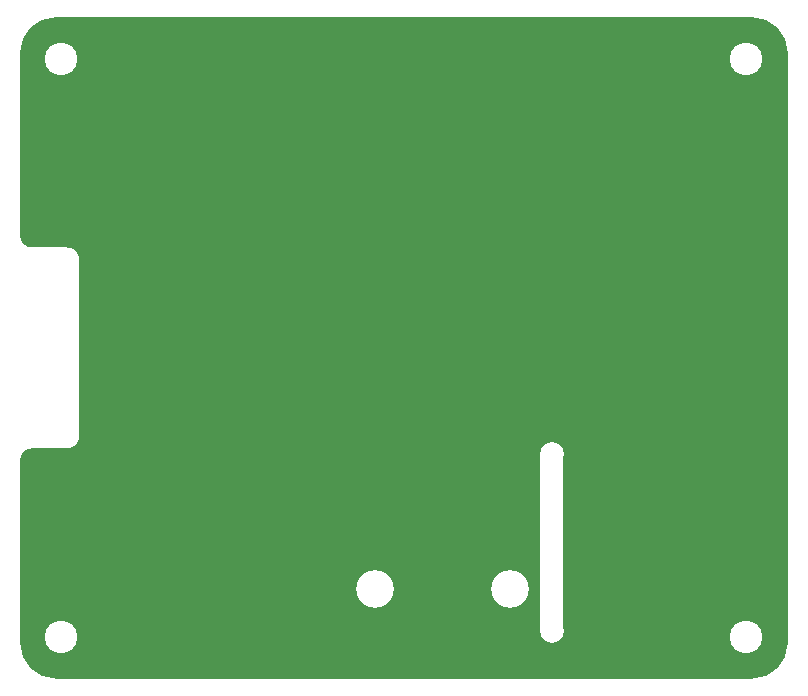
<source format=gbr>
G04 DipTrace 2.4.0.1*
%INBoard.gbr*%
%MOMM*%
%ADD11C,0.14*%
%ADD16C,2.0*%
%ADD17C,2.75*%
%ADD18O,3.199X3.202*%
%FSLAX53Y53*%
G04*
G71*
G90*
G75*
G01*
%LNBoardPoly*%
%LPD*%
G36*
X13000Y10000D2*
D11*
G02X10000Y13000I0J3000D01*
G01*
Y28500D1*
G02X11000Y29500I1000J0D01*
G01*
X14000D1*
G03X15000Y30500I0J1000D01*
G01*
Y45500D1*
G03X14000Y46500I-1000J0D01*
G01*
X11000D1*
G02X10000Y47500I0J1000D01*
G01*
Y63000D1*
G02X13000Y66000I2999J1D01*
G01*
X72000D1*
G02X75000Y63000I0J-3000D01*
G01*
Y13000D1*
G02X72000Y10000I-3000J0D01*
G01*
X13000D1*
G37*
%LNBoardPolyC*%
%LPC*%
G36*
X54000Y29000D2*
X56000D1*
Y14000D1*
X54000D1*
Y29000D1*
G37*
D16*
X55000D3*
Y14000D3*
D17*
X13500Y62500D3*
Y13500D3*
X71500Y62500D3*
Y13500D3*
D18*
X40035Y17620D3*
X51465D3*
M02*

</source>
